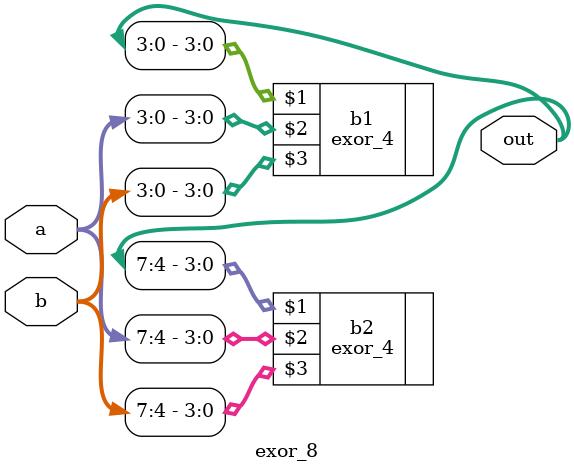
<source format=v>
`timescale 1ns / 1ps


module exor_8(out , a , b);
input [7:0] a,b;
output [7:0] out;
wire [7:0] out;
exor_4 b1(out[3:0] , a[3:0] , b[3:0]);
exor_4 b2(out[7:4] , a[7:4] , b[7:4]);
endmodule

</source>
